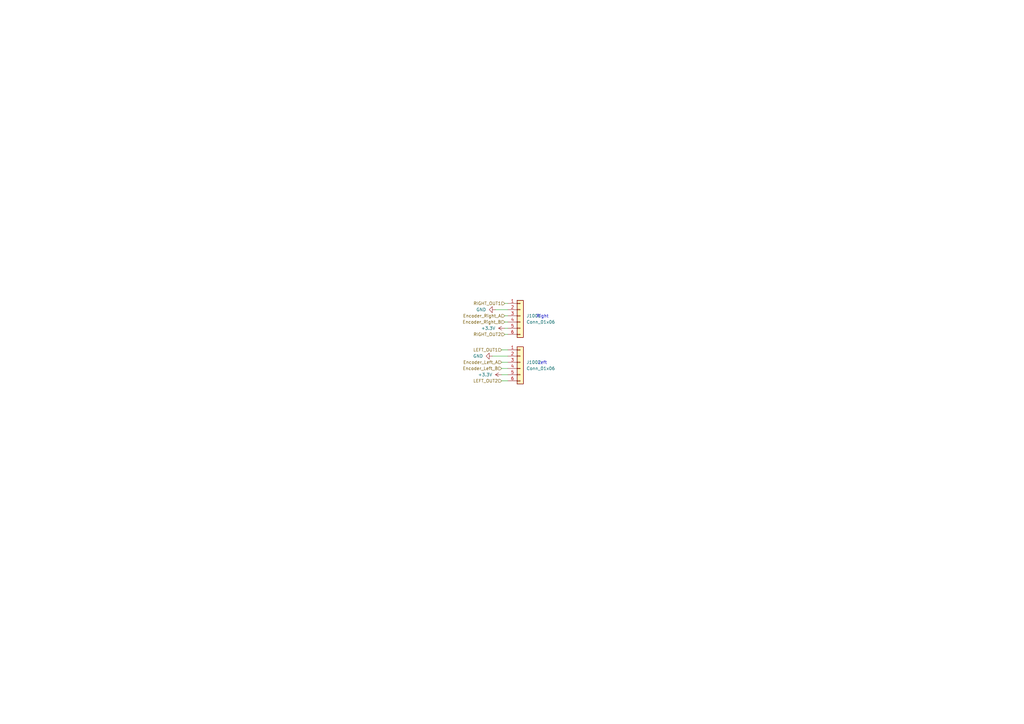
<source format=kicad_sch>
(kicad_sch (version 20231120) (generator "eeschema") (generator_version "8.0")
  (paper "A3")
  (lib_symbols
    (symbol "Connector_Generic:Conn_01x06" (pin_names (offset 1.016) hide)
      (property "Reference" "J" (at 0 7.62 0))
      (property "Value" "Conn_01x06" (at 0 -10.16 0))
      (symbol "Conn_01x06_1_1"
        (rectangle (start -1.27 -7.493) (end 0 -7.747) (stroke (width 0.1524)))
        (rectangle (start -1.27 -4.953) (end 0 -5.207) (stroke (width 0.1524)))
        (rectangle (start -1.27 -2.413) (end 0 -2.667) (stroke (width 0.1524)))
        (rectangle (start -1.27 0.127) (end 0 -0.127) (stroke (width 0.1524)))
        (rectangle (start -1.27 2.667) (end 0 2.413) (stroke (width 0.1524)))
        (rectangle (start -1.27 5.207) (end 0 4.953) (stroke (width 0.1524)))
        (rectangle (start -1.27 6.35) (end 1.27 -8.89) (stroke (width 0.254)) (fill (type background)))
        (pin passive line (at -5.08 5.08 0) (length 3.81) (name "Pin_1") (number "1"))
        (pin passive line (at -5.08 2.54 0) (length 3.81) (name "Pin_2") (number "2"))
        (pin passive line (at -5.08 0 0) (length 3.81) (name "Pin_3") (number "3"))
        (pin passive line (at -5.08 -2.54 0) (length 3.81) (name "Pin_4") (number "4"))
        (pin passive line (at -5.08 -5.08 0) (length 3.81) (name "Pin_5") (number "5"))
        (pin passive line (at -5.08 -7.62 0) (length 3.81) (name "Pin_6") (number "6"))
      )
    )
    (symbol "GND_1" (power) (pin_numbers hide) (pin_names (offset 0) hide)
      (property "Value" "GND" (at 0 -3.81 0))
      (symbol "GND_1_0_1"
        (polyline (pts (xy 0 0) (xy 0 -1.27) (xy 1.27 -1.27) (xy 0 -2.54) (xy -1.27 -1.27) (xy 0 -1.27)))
      )
      (symbol "GND_1_1_1"
        (pin power_in line (at 0 0 270) (length 0) (name "~") (number "1"))
      )
    )
    (symbol "power:+3.3V" (power) (pin_numbers hide) (pin_names (offset 0) hide)
      (property "Value" "+3.3V" (at 0 3.556 0))
      (symbol "+3.3V_0_1"
        (polyline (pts (xy -0.762 1.27) (xy 0 2.54)))
        (polyline (pts (xy 0 0) (xy 0 2.54)))
        (polyline (pts (xy 0 2.54) (xy 0.762 1.27)))
      )
      (symbol "+3.3V_1_1"
        (pin power_in line (at 0 0 90) (length 0) (name "~") (number "1"))
      )
    )
  )
  (wire (pts (xy 205.74 153.67) (xy 208.28 153.67)))
  (wire (pts (xy 207.01 134.62) (xy 208.28 134.62)))
  (wire (pts (xy 205.74 148.59) (xy 208.28 148.59)))
  (wire (pts (xy 207.01 124.46) (xy 208.28 124.46)))
  (wire (pts (xy 207.01 137.16) (xy 208.28 137.16)))
  (wire (pts (xy 205.74 143.51) (xy 208.28 143.51)))
  (wire (pts (xy 205.74 151.13) (xy 208.28 151.13)))
  (wire (pts (xy 207.01 132.08) (xy 208.28 132.08)))
  (wire (pts (xy 205.74 156.21) (xy 208.28 156.21)))
  (wire (pts (xy 208.28 146.05) (xy 201.93 146.05)))
  (wire (pts (xy 208.28 127) (xy 203.2 127)))
  (wire (pts (xy 207.01 129.54) (xy 208.28 129.54)))
  (text "Left" (at 222.504 148.844 0) (effects (font (size 1.27 1.27))))
  (text "Right\n" (at 222.504 129.794 0) (effects (font (size 1.27 1.27))))
  (hierarchical_label "LEFT_OUT2" (shape input) (at 205.74 156.21 180))
  (hierarchical_label "Encoder_Left_B" (shape input) (at 205.74 151.13 180))
  (hierarchical_label "Encoder_Right_A" (shape input) (at 207.01 129.54 180))
  (hierarchical_label "RIGHT_OUT1" (shape input) (at 207.01 124.46 180))
  (hierarchical_label "LEFT_OUT1" (shape input) (at 205.74 143.51 180))
  (hierarchical_label "RIGHT_OUT2" (shape input) (at 207.01 137.16 180))
  (hierarchical_label "Encoder_Right_B" (shape input) (at 207.01 132.08 180))
  (hierarchical_label "Encoder_Left_A" (shape input) (at 205.74 148.59 180))
  (symbol (lib_name "GND_1") (lib_id "power:GND") (at 201.93 146.05 270) (unit 1)
    (property "Reference" "#PWR01001" (effects (hide yes)))
    (property "Value" "GND" (at 198.12 146.0499 90) (effects (justify right)))
    (property "Description" "Power symbol creates a global label with name \"GND\" , ground" (effects (hide yes)))
  )
  (symbol (lib_id "power:+3.3V") (at 205.74 153.67 90) (unit 1)
    (property "Reference" "#PWR01003" (effects (hide yes)))
    (property "Value" "+3.3V" (at 201.93 153.6699 90) (effects (justify left)))
    (property "Description" "Power symbol creates a global label with name \"+3.3V\"" (effects (hide yes)))
  )
  (symbol (lib_id "Connector_Generic:Conn_01x06") (at 213.36 129.54 0) (unit 1)
    (property "Reference" "J1001" (at 215.9 129.5399 0) (effects (justify left)))
    (property "Value" "Conn_01x06" (at 215.9 132.0799 0) (effects (justify left)))
    (property "Footprint" "Connector_JST:JST_XH_S6B-XH-A_1x06_P2.50mm_Horizontal" (effects (hide yes)))
    (property "Description" "Generic connector, single row, 01x06, script generated (kicad-library-utils/schlib/autogen/connector/)" (effects (hide yes)))
  )
  (symbol (lib_id "Connector_Generic:Conn_01x06") (at 213.36 148.59 0) (unit 1)
    (property "Reference" "J1002" (at 215.9 148.5899 0) (effects (justify left)))
    (property "Value" "Conn_01x06" (at 215.9 151.1299 0) (effects (justify left)))
    (property "Footprint" "Connector_JST:JST_XH_S6B-XH-A_1x06_P2.50mm_Horizontal" (effects (hide yes)))
    (property "Description" "Generic connector, single row, 01x06, script generated (kicad-library-utils/schlib/autogen/connector/)" (effects (hide yes)))
  )
  (symbol (lib_name "GND_1") (lib_id "power:GND") (at 203.2 127 270) (unit 1)
    (property "Reference" "#PWR01002" (effects (hide yes)))
    (property "Value" "GND" (at 199.39 126.9999 90) (effects (justify right)))
    (property "Description" "Power symbol creates a global label with name \"GND\" , ground" (effects (hide yes)))
  )
  (symbol (lib_id "power:+3.3V") (at 207.01 134.62 90) (unit 1)
    (property "Reference" "#PWR01004" (effects (hide yes)))
    (property "Value" "+3.3V" (at 203.2 134.6199 90) (effects (justify left)))
    (property "Description" "Power symbol creates a global label with name \"+3.3V\"" (effects (hide yes)))
  )
)
</source>
